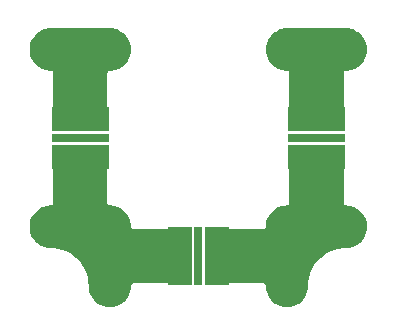
<source format=gbr>
%TF.GenerationSoftware,KiCad,Pcbnew,6.0.1-79c1e3a40b~116~ubuntu20.04.1*%
%TF.CreationDate,2022-01-30T13:40:47+01:00*%
%TF.ProjectId,pcb-connector-x3,7063622d-636f-46e6-9e65-63746f722d78,rev?*%
%TF.SameCoordinates,Original*%
%TF.FileFunction,Copper,L1,Top*%
%TF.FilePolarity,Positive*%
%FSLAX46Y46*%
G04 Gerber Fmt 4.6, Leading zero omitted, Abs format (unit mm)*
G04 Created by KiCad (PCBNEW 6.0.1-79c1e3a40b~116~ubuntu20.04.1) date 2022-01-30 13:40:47*
%MOMM*%
%LPD*%
G01*
G04 APERTURE LIST*
%TA.AperFunction,SMDPad,CuDef*%
%ADD10R,3.000000X0.800000*%
%TD*%
%TA.AperFunction,ComponentPad*%
%ADD11C,0.800000*%
%TD*%
%TA.AperFunction,SMDPad,CuDef*%
%ADD12R,3.000000X2.000000*%
%TD*%
%TA.AperFunction,SMDPad,CuDef*%
%ADD13R,0.800000X3.000000*%
%TD*%
%TA.AperFunction,SMDPad,CuDef*%
%ADD14R,2.000000X3.000000*%
%TD*%
%TA.AperFunction,ComponentPad*%
%ADD15C,3.400000*%
%TD*%
G04 APERTURE END LIST*
D10*
%TO.P,J6,1,Pin_1*%
%TO.N,Net-(J3-Pad1)*%
X143500000Y-92500000D03*
D11*
%TO.P,J6,2,Pin_2*%
%TO.N,GND*%
X143000000Y-94000000D03*
X144000000Y-94000000D03*
X144500000Y-91500000D03*
X142500000Y-91500000D03*
X144500000Y-93500000D03*
D12*
X143500000Y-90900000D03*
X143500000Y-94100000D03*
D11*
X143000000Y-91000000D03*
X144000000Y-91000000D03*
X143500000Y-91500000D03*
X142500000Y-93500000D03*
X143500000Y-93500000D03*
%TD*%
D10*
%TO.P,J5,1,Pin_1*%
%TO.N,Net-(J2-Pad1)*%
X123500000Y-92500000D03*
D11*
%TO.P,J5,2,Pin_2*%
%TO.N,GND*%
X123000000Y-94000000D03*
X124000000Y-94000000D03*
X124500000Y-91500000D03*
X122500000Y-91500000D03*
X124500000Y-93500000D03*
D12*
X123500000Y-90900000D03*
X123500000Y-94100000D03*
D11*
X123000000Y-91000000D03*
X124000000Y-91000000D03*
X123500000Y-91500000D03*
X122500000Y-93500000D03*
X123500000Y-93500000D03*
%TD*%
D13*
%TO.P,J4,1,Pin_1*%
%TO.N,Net-(J1-Pad1)*%
X132500000Y-103500000D03*
D11*
%TO.P,J4,2,Pin_2*%
%TO.N,GND*%
X131000000Y-103000000D03*
X131000000Y-104000000D03*
X133500000Y-104500000D03*
X133500000Y-102500000D03*
X131500000Y-104500000D03*
D14*
X134100000Y-103500000D03*
X130900000Y-103500000D03*
D11*
X134000000Y-103000000D03*
X134000000Y-104000000D03*
X133500000Y-103500000D03*
X131500000Y-102500000D03*
X131500000Y-103500000D03*
%TD*%
D10*
%TO.P,J3,1,Pin_1*%
%TO.N,Net-(J3-Pad1)*%
X141500000Y-92500000D03*
D11*
%TO.P,J3,2,Pin_2*%
%TO.N,GND*%
X142000000Y-91000000D03*
X141000000Y-91000000D03*
X140500000Y-93500000D03*
X142500000Y-93500000D03*
X140500000Y-91500000D03*
D12*
X141500000Y-94100000D03*
X141500000Y-90900000D03*
D11*
X142000000Y-94000000D03*
X141000000Y-94000000D03*
X141500000Y-93500000D03*
X142500000Y-91500000D03*
X141500000Y-91500000D03*
%TD*%
D10*
%TO.P,J2,1,Pin_1*%
%TO.N,Net-(J2-Pad1)*%
X121500000Y-92500000D03*
D11*
%TO.P,J2,2,Pin_2*%
%TO.N,GND*%
X122000000Y-91000000D03*
X121000000Y-91000000D03*
X120500000Y-93500000D03*
X122500000Y-93500000D03*
X120500000Y-91500000D03*
D12*
X121500000Y-94100000D03*
X121500000Y-90900000D03*
D11*
X122000000Y-94000000D03*
X121000000Y-94000000D03*
X121500000Y-93500000D03*
X122500000Y-91500000D03*
X121500000Y-91500000D03*
%TD*%
D13*
%TO.P,J1,1,Pin_1*%
%TO.N,Net-(J1-Pad1)*%
X132500000Y-101500000D03*
D11*
%TO.P,J1,2,Pin_2*%
%TO.N,GND*%
X134000000Y-102000000D03*
X134000000Y-101000000D03*
X131500000Y-100500000D03*
X131500000Y-102500000D03*
X133500000Y-100500000D03*
D14*
X130900000Y-101500000D03*
X134100000Y-101500000D03*
D11*
X131000000Y-102000000D03*
X131000000Y-101000000D03*
X131500000Y-101500000D03*
X133500000Y-102500000D03*
X133500000Y-101500000D03*
%TD*%
D15*
%TO.P,H10,1,1*%
%TO.N,GND*%
X140000000Y-85000000D03*
%TD*%
%TO.P,H9,1,1*%
%TO.N,GND*%
X125000000Y-105000000D03*
%TD*%
%TO.P,H8,1,1*%
%TO.N,GND*%
X120000000Y-85000000D03*
%TD*%
%TO.P,H7,1,1*%
%TO.N,GND*%
X125000000Y-100000000D03*
%TD*%
%TO.P,H6,1,1*%
%TO.N,GND*%
X145000000Y-100000000D03*
%TD*%
%TO.P,H5,1,1*%
%TO.N,GND*%
X120000000Y-100000000D03*
%TD*%
%TO.P,H4,1,1*%
%TO.N,GND*%
X140000000Y-105000000D03*
%TD*%
%TO.P,H3,1,1*%
%TO.N,GND*%
X145000000Y-85000000D03*
%TD*%
%TO.P,H2,1,1*%
%TO.N,GND*%
X125000000Y-85000000D03*
%TD*%
%TO.P,H1,1,1*%
%TO.N,GND*%
X140000000Y-100000000D03*
%TD*%
%TA.AperFunction,Conductor*%
%TO.N,GND*%
G36*
X124759191Y-93119407D02*
G01*
X124795155Y-93168907D01*
X124800000Y-93199500D01*
X124800000Y-97994123D01*
X124799955Y-98045449D01*
X124804781Y-98055498D01*
X124804781Y-98055500D01*
X124805185Y-98056341D01*
X124812463Y-98077183D01*
X124812670Y-98078093D01*
X124812672Y-98078096D01*
X124815150Y-98088962D01*
X124822097Y-98097680D01*
X124822520Y-98098211D01*
X124834334Y-98117046D01*
X124834625Y-98117653D01*
X124834628Y-98117657D01*
X124839453Y-98127705D01*
X124848893Y-98135254D01*
X124864484Y-98150872D01*
X124872015Y-98160323D01*
X124882058Y-98165167D01*
X124882663Y-98165459D01*
X124901478Y-98177308D01*
X124902005Y-98177730D01*
X124902010Y-98177732D01*
X124910715Y-98184694D01*
X124922405Y-98187382D01*
X124922492Y-98187402D01*
X124943318Y-98194715D01*
X124954202Y-98199965D01*
X124966018Y-98199975D01*
X124988120Y-98202494D01*
X124988774Y-98202644D01*
X124988775Y-98202644D01*
X124999642Y-98205143D01*
X125010517Y-98202682D01*
X125021664Y-98202702D01*
X125021664Y-98202863D01*
X125031669Y-98202076D01*
X125103759Y-98206801D01*
X125228475Y-98214975D01*
X125241302Y-98216663D01*
X125459516Y-98260068D01*
X125472016Y-98263418D01*
X125682691Y-98334933D01*
X125694653Y-98339889D01*
X125735816Y-98360188D01*
X125894180Y-98438284D01*
X125905386Y-98444753D01*
X126090385Y-98568365D01*
X126100639Y-98576233D01*
X126267914Y-98722930D01*
X126277069Y-98732085D01*
X126423767Y-98899361D01*
X126431635Y-98909615D01*
X126555247Y-99094614D01*
X126561716Y-99105820D01*
X126633929Y-99252253D01*
X126660111Y-99305346D01*
X126665067Y-99317309D01*
X126736581Y-99527980D01*
X126739932Y-99540484D01*
X126780381Y-99743833D01*
X126783336Y-99758691D01*
X126785026Y-99771530D01*
X126797891Y-99967816D01*
X126797101Y-99977628D01*
X126797375Y-99977628D01*
X126797355Y-99988778D01*
X126794857Y-99999642D01*
X126797317Y-100010514D01*
X126797317Y-100010516D01*
X126797525Y-100011433D01*
X126799965Y-100033360D01*
X126799964Y-100034298D01*
X126799965Y-100034301D01*
X126799955Y-100045449D01*
X126805072Y-100056106D01*
X126812386Y-100077110D01*
X126814995Y-100088639D01*
X126822512Y-100098106D01*
X126834220Y-100116807D01*
X126839453Y-100127705D01*
X126848157Y-100134666D01*
X126848158Y-100134667D01*
X126848684Y-100135087D01*
X126864385Y-100150843D01*
X126864801Y-100151367D01*
X126864803Y-100151369D01*
X126871736Y-100160100D01*
X126881770Y-100164961D01*
X126881771Y-100164962D01*
X126882613Y-100165370D01*
X126901278Y-100177147D01*
X126901695Y-100177480D01*
X126910715Y-100184694D01*
X126921578Y-100187192D01*
X126921583Y-100187194D01*
X126922236Y-100187344D01*
X126943220Y-100194733D01*
X126943822Y-100195025D01*
X126943823Y-100195025D01*
X126953853Y-100199885D01*
X126977041Y-100199946D01*
X126977036Y-100201667D01*
X126977277Y-100201643D01*
X126977277Y-100200000D01*
X126997758Y-100200000D01*
X127044297Y-100200122D01*
X127044298Y-100200122D01*
X127045100Y-100200124D01*
X127045350Y-100200005D01*
X127045390Y-100200000D01*
X131800500Y-100200000D01*
X131858691Y-100218907D01*
X131894655Y-100268407D01*
X131899500Y-100299000D01*
X131899500Y-104701000D01*
X131880593Y-104759191D01*
X131831093Y-104795155D01*
X131800500Y-104800000D01*
X127005877Y-104800000D01*
X126954551Y-104799955D01*
X126944502Y-104804781D01*
X126944500Y-104804781D01*
X126943659Y-104805185D01*
X126922817Y-104812463D01*
X126921907Y-104812670D01*
X126921904Y-104812672D01*
X126911038Y-104815150D01*
X126902320Y-104822097D01*
X126901789Y-104822520D01*
X126882954Y-104834334D01*
X126882347Y-104834625D01*
X126882343Y-104834628D01*
X126872295Y-104839453D01*
X126864746Y-104848893D01*
X126849128Y-104864484D01*
X126839677Y-104872015D01*
X126834593Y-104882555D01*
X126834541Y-104882663D01*
X126822692Y-104901478D01*
X126822270Y-104902005D01*
X126822268Y-104902010D01*
X126815306Y-104910715D01*
X126812808Y-104921581D01*
X126812598Y-104922492D01*
X126805285Y-104943318D01*
X126800035Y-104954202D01*
X126800025Y-104965701D01*
X126800025Y-104966016D01*
X126797506Y-104988120D01*
X126797426Y-104988470D01*
X126794857Y-104999642D01*
X126797318Y-105010517D01*
X126797298Y-105021663D01*
X126796985Y-105021662D01*
X126797739Y-105031614D01*
X126782184Y-105249109D01*
X126780173Y-105263091D01*
X126728593Y-105500197D01*
X126724614Y-105513750D01*
X126639812Y-105741113D01*
X126633944Y-105753962D01*
X126517649Y-105966938D01*
X126510013Y-105978820D01*
X126364595Y-106173077D01*
X126355345Y-106183753D01*
X126183753Y-106355345D01*
X126173077Y-106364595D01*
X125978820Y-106510013D01*
X125966938Y-106517649D01*
X125753962Y-106633944D01*
X125741113Y-106639812D01*
X125603110Y-106691284D01*
X125513747Y-106724615D01*
X125500200Y-106728592D01*
X125263088Y-106780173D01*
X125249112Y-106782184D01*
X125007061Y-106799495D01*
X124992939Y-106799495D01*
X124750888Y-106782184D01*
X124736912Y-106780173D01*
X124499800Y-106728592D01*
X124486253Y-106724615D01*
X124396890Y-106691284D01*
X124258887Y-106639812D01*
X124246038Y-106633944D01*
X124033062Y-106517649D01*
X124021180Y-106510013D01*
X123826923Y-106364595D01*
X123816247Y-106355345D01*
X123644655Y-106183753D01*
X123635405Y-106173077D01*
X123489987Y-105978820D01*
X123482351Y-105966938D01*
X123366056Y-105753962D01*
X123360188Y-105741113D01*
X123275386Y-105513750D01*
X123271407Y-105500197D01*
X123219827Y-105263091D01*
X123217816Y-105249109D01*
X123202316Y-105032382D01*
X123203927Y-105011833D01*
X123203235Y-105011753D01*
X123203877Y-105006176D01*
X123205142Y-105000716D01*
X123205143Y-105000000D01*
X123204197Y-104995852D01*
X123204135Y-104995100D01*
X123204075Y-104993945D01*
X123186838Y-104665050D01*
X123134368Y-104333769D01*
X123047558Y-104009788D01*
X122927357Y-103696656D01*
X122926184Y-103694353D01*
X122926180Y-103694345D01*
X122776261Y-103400111D01*
X122776256Y-103400103D01*
X122775085Y-103397804D01*
X122681846Y-103254229D01*
X122593824Y-103118687D01*
X122593818Y-103118679D01*
X122592407Y-103116506D01*
X122381327Y-102855844D01*
X122144156Y-102618673D01*
X121883494Y-102407593D01*
X121881321Y-102406182D01*
X121881313Y-102406176D01*
X121604374Y-102226329D01*
X121604368Y-102226326D01*
X121602196Y-102224915D01*
X121599897Y-102223744D01*
X121599889Y-102223739D01*
X121305655Y-102073820D01*
X121305647Y-102073816D01*
X121303344Y-102072643D01*
X120990212Y-101952442D01*
X120987715Y-101951773D01*
X120987709Y-101951771D01*
X120668740Y-101866304D01*
X120668735Y-101866303D01*
X120666231Y-101865632D01*
X120628753Y-101859696D01*
X120337516Y-101813568D01*
X120337508Y-101813567D01*
X120334950Y-101813162D01*
X120006046Y-101795925D01*
X120004910Y-101795831D01*
X120000716Y-101794858D01*
X120000360Y-101794858D01*
X120000358Y-101794857D01*
X120000000Y-101794857D01*
X119994588Y-101796091D01*
X119989061Y-101796714D01*
X119988995Y-101796124D01*
X119968132Y-101797720D01*
X119829375Y-101787797D01*
X119750888Y-101782184D01*
X119736912Y-101780173D01*
X119499800Y-101728592D01*
X119486253Y-101724615D01*
X119396890Y-101691284D01*
X119258887Y-101639812D01*
X119246038Y-101633944D01*
X119033062Y-101517649D01*
X119021180Y-101510013D01*
X118826923Y-101364595D01*
X118816247Y-101355345D01*
X118644655Y-101183753D01*
X118635405Y-101173077D01*
X118489987Y-100978820D01*
X118482351Y-100966938D01*
X118366056Y-100753962D01*
X118360188Y-100741113D01*
X118275386Y-100513750D01*
X118271407Y-100500197D01*
X118225197Y-100287774D01*
X118219827Y-100263088D01*
X118217816Y-100249109D01*
X118217223Y-100240809D01*
X118200505Y-100007061D01*
X118200505Y-99992938D01*
X118217816Y-99750891D01*
X118219827Y-99736909D01*
X118263941Y-99534126D01*
X118271408Y-99499800D01*
X118275386Y-99486250D01*
X118280499Y-99472543D01*
X118340687Y-99311170D01*
X118360188Y-99258887D01*
X118366056Y-99246038D01*
X118482351Y-99033062D01*
X118489987Y-99021180D01*
X118635405Y-98826923D01*
X118644655Y-98816247D01*
X118816247Y-98644655D01*
X118826923Y-98635405D01*
X119021180Y-98489987D01*
X119033062Y-98482351D01*
X119246038Y-98366056D01*
X119258887Y-98360188D01*
X119396890Y-98308716D01*
X119486253Y-98275385D01*
X119499800Y-98271408D01*
X119736912Y-98219827D01*
X119750888Y-98217816D01*
X119967873Y-98202298D01*
X119977628Y-98203054D01*
X119977629Y-98202626D01*
X119988779Y-98202645D01*
X119999642Y-98205143D01*
X120010514Y-98202683D01*
X120010515Y-98202683D01*
X120010904Y-98202595D01*
X120011434Y-98202475D01*
X120033360Y-98200035D01*
X120034298Y-98200036D01*
X120034301Y-98200035D01*
X120045449Y-98200045D01*
X120056106Y-98194928D01*
X120077110Y-98187614D01*
X120077765Y-98187466D01*
X120077767Y-98187465D01*
X120088639Y-98185005D01*
X120098106Y-98177488D01*
X120116809Y-98165779D01*
X120127705Y-98160547D01*
X120134666Y-98151843D01*
X120134667Y-98151842D01*
X120135087Y-98151316D01*
X120150843Y-98135615D01*
X120151367Y-98135199D01*
X120151369Y-98135197D01*
X120160100Y-98128264D01*
X120165370Y-98117387D01*
X120177147Y-98098722D01*
X120177731Y-98097992D01*
X120177731Y-98097991D01*
X120184694Y-98089285D01*
X120187192Y-98078422D01*
X120187194Y-98078417D01*
X120187344Y-98077764D01*
X120194733Y-98056780D01*
X120195025Y-98056178D01*
X120195025Y-98056177D01*
X120199885Y-98046147D01*
X120199946Y-98022959D01*
X120201667Y-98022964D01*
X120201643Y-98022723D01*
X120200000Y-98022723D01*
X120200000Y-98002242D01*
X120200122Y-97955703D01*
X120200122Y-97955702D01*
X120200124Y-97954900D01*
X120200005Y-97954650D01*
X120200000Y-97954610D01*
X120200000Y-93199500D01*
X120218907Y-93141309D01*
X120268407Y-93105345D01*
X120299000Y-93100500D01*
X124701000Y-93100500D01*
X124759191Y-93119407D01*
G37*
%TD.AperFunction*%
%TA.AperFunction,Conductor*%
G36*
X144759191Y-93119407D02*
G01*
X144795155Y-93168907D01*
X144800000Y-93199500D01*
X144800000Y-97994123D01*
X144799955Y-98045449D01*
X144804781Y-98055498D01*
X144804781Y-98055500D01*
X144805185Y-98056341D01*
X144812463Y-98077183D01*
X144812670Y-98078093D01*
X144812672Y-98078096D01*
X144815150Y-98088962D01*
X144822097Y-98097680D01*
X144822520Y-98098211D01*
X144834334Y-98117046D01*
X144834625Y-98117653D01*
X144834628Y-98117657D01*
X144839453Y-98127705D01*
X144848893Y-98135254D01*
X144864484Y-98150872D01*
X144872015Y-98160323D01*
X144882058Y-98165167D01*
X144882663Y-98165459D01*
X144901478Y-98177308D01*
X144902005Y-98177730D01*
X144902010Y-98177732D01*
X144910715Y-98184694D01*
X144922405Y-98187382D01*
X144922492Y-98187402D01*
X144943318Y-98194715D01*
X144954202Y-98199965D01*
X144966018Y-98199975D01*
X144988120Y-98202494D01*
X144988774Y-98202644D01*
X144988775Y-98202644D01*
X144999642Y-98205143D01*
X145010517Y-98202682D01*
X145021663Y-98202702D01*
X145021662Y-98203015D01*
X145031612Y-98202261D01*
X145249112Y-98217816D01*
X145263088Y-98219827D01*
X145500200Y-98271408D01*
X145513747Y-98275385D01*
X145603110Y-98308716D01*
X145741113Y-98360188D01*
X145753962Y-98366056D01*
X145966938Y-98482351D01*
X145978820Y-98489987D01*
X146173077Y-98635405D01*
X146183753Y-98644655D01*
X146355345Y-98816247D01*
X146364595Y-98826923D01*
X146510013Y-99021180D01*
X146517649Y-99033062D01*
X146633944Y-99246038D01*
X146639812Y-99258887D01*
X146659313Y-99311170D01*
X146719502Y-99472543D01*
X146724614Y-99486250D01*
X146728592Y-99499800D01*
X146736060Y-99534126D01*
X146780173Y-99736909D01*
X146782184Y-99750891D01*
X146799495Y-99992938D01*
X146799495Y-100007061D01*
X146782778Y-100240809D01*
X146782184Y-100249109D01*
X146780173Y-100263088D01*
X146774803Y-100287774D01*
X146728593Y-100500197D01*
X146724614Y-100513750D01*
X146639812Y-100741113D01*
X146633944Y-100753962D01*
X146517649Y-100966938D01*
X146510013Y-100978820D01*
X146364595Y-101173077D01*
X146355345Y-101183753D01*
X146183753Y-101355345D01*
X146173077Y-101364595D01*
X145978820Y-101510013D01*
X145966938Y-101517649D01*
X145753962Y-101633944D01*
X145741113Y-101639812D01*
X145603110Y-101691284D01*
X145513747Y-101724615D01*
X145500200Y-101728592D01*
X145263088Y-101780173D01*
X145249112Y-101782184D01*
X145032378Y-101797684D01*
X145011899Y-101796079D01*
X145011819Y-101796774D01*
X145006217Y-101796133D01*
X145000716Y-101794858D01*
X145000360Y-101794858D01*
X145000358Y-101794857D01*
X145000000Y-101794857D01*
X144995884Y-101795796D01*
X144994961Y-101795872D01*
X144783873Y-101806935D01*
X144665050Y-101813162D01*
X144662492Y-101813567D01*
X144662484Y-101813568D01*
X144371247Y-101859696D01*
X144333769Y-101865632D01*
X144331265Y-101866303D01*
X144331260Y-101866304D01*
X144012291Y-101951771D01*
X144012285Y-101951773D01*
X144009788Y-101952442D01*
X143696656Y-102072643D01*
X143694353Y-102073816D01*
X143694345Y-102073820D01*
X143400111Y-102223739D01*
X143400103Y-102223744D01*
X143397804Y-102224915D01*
X143395632Y-102226326D01*
X143395626Y-102226329D01*
X143118687Y-102406176D01*
X143118679Y-102406182D01*
X143116506Y-102407593D01*
X142855844Y-102618673D01*
X142618673Y-102855844D01*
X142407593Y-103116506D01*
X142406182Y-103118679D01*
X142406176Y-103118687D01*
X142318154Y-103254229D01*
X142224915Y-103397804D01*
X142223744Y-103400103D01*
X142223739Y-103400111D01*
X142073820Y-103694345D01*
X142073816Y-103694353D01*
X142072643Y-103696656D01*
X141952442Y-104009788D01*
X141865632Y-104333769D01*
X141813162Y-104665050D01*
X141796557Y-104981910D01*
X141795926Y-104993945D01*
X141795831Y-104995090D01*
X141794858Y-104999284D01*
X141794858Y-104999640D01*
X141794857Y-104999642D01*
X141794857Y-105000000D01*
X141796091Y-105005412D01*
X141796714Y-105010939D01*
X141796124Y-105011005D01*
X141797720Y-105031868D01*
X141782184Y-105249109D01*
X141780173Y-105263091D01*
X141728593Y-105500197D01*
X141724614Y-105513750D01*
X141639812Y-105741113D01*
X141633944Y-105753962D01*
X141517649Y-105966938D01*
X141510013Y-105978820D01*
X141364595Y-106173077D01*
X141355345Y-106183753D01*
X141183753Y-106355345D01*
X141173077Y-106364595D01*
X140978820Y-106510013D01*
X140966938Y-106517649D01*
X140753962Y-106633944D01*
X140741113Y-106639812D01*
X140603110Y-106691284D01*
X140513747Y-106724615D01*
X140500200Y-106728592D01*
X140263088Y-106780173D01*
X140249112Y-106782184D01*
X140007061Y-106799495D01*
X139992939Y-106799495D01*
X139750888Y-106782184D01*
X139736912Y-106780173D01*
X139499800Y-106728592D01*
X139486253Y-106724615D01*
X139396890Y-106691284D01*
X139258887Y-106639812D01*
X139246038Y-106633944D01*
X139033062Y-106517649D01*
X139021180Y-106510013D01*
X138826923Y-106364595D01*
X138816247Y-106355345D01*
X138644655Y-106183753D01*
X138635405Y-106173077D01*
X138489987Y-105978820D01*
X138482351Y-105966938D01*
X138366056Y-105753962D01*
X138360188Y-105741113D01*
X138275386Y-105513750D01*
X138271407Y-105500197D01*
X138219827Y-105263091D01*
X138217816Y-105249109D01*
X138202316Y-105032382D01*
X138203927Y-105011833D01*
X138203235Y-105011753D01*
X138203877Y-105006175D01*
X138205142Y-105000716D01*
X138205143Y-105000000D01*
X138203900Y-104994550D01*
X138203899Y-104994543D01*
X138202514Y-104988470D01*
X138200035Y-104966372D01*
X138200036Y-104965701D01*
X138200035Y-104965698D01*
X138200045Y-104954551D01*
X138195058Y-104944164D01*
X138194815Y-104943659D01*
X138187537Y-104922817D01*
X138187330Y-104921907D01*
X138187328Y-104921904D01*
X138184850Y-104911038D01*
X138177480Y-104901789D01*
X138165666Y-104882954D01*
X138165375Y-104882347D01*
X138165372Y-104882343D01*
X138160547Y-104872295D01*
X138151107Y-104864746D01*
X138135516Y-104849128D01*
X138127985Y-104839677D01*
X138117337Y-104834541D01*
X138098522Y-104822692D01*
X138097995Y-104822270D01*
X138097990Y-104822268D01*
X138089285Y-104815306D01*
X138077508Y-104812598D01*
X138056682Y-104805285D01*
X138055836Y-104804877D01*
X138045798Y-104800035D01*
X138034653Y-104800025D01*
X138034652Y-104800025D01*
X138022787Y-104800015D01*
X138022789Y-104798270D01*
X138022723Y-104798276D01*
X138022723Y-104800000D01*
X138005877Y-104800000D01*
X137954840Y-104799955D01*
X137954551Y-104799955D01*
X137954463Y-104799997D01*
X137954439Y-104800000D01*
X133199500Y-104800000D01*
X133141309Y-104781093D01*
X133105345Y-104731593D01*
X133100500Y-104701000D01*
X133100500Y-100299000D01*
X133119407Y-100240809D01*
X133168907Y-100204845D01*
X133199500Y-100200000D01*
X137994123Y-100200000D01*
X138045449Y-100200045D01*
X138055498Y-100195219D01*
X138055500Y-100195219D01*
X138056341Y-100194815D01*
X138077183Y-100187537D01*
X138078093Y-100187330D01*
X138078096Y-100187328D01*
X138088962Y-100184850D01*
X138098210Y-100177480D01*
X138117046Y-100165666D01*
X138117653Y-100165375D01*
X138117657Y-100165372D01*
X138127705Y-100160547D01*
X138135254Y-100151107D01*
X138150872Y-100135516D01*
X138160323Y-100127985D01*
X138165459Y-100117337D01*
X138177308Y-100098522D01*
X138177730Y-100097995D01*
X138177732Y-100097990D01*
X138184694Y-100089285D01*
X138187402Y-100077508D01*
X138194715Y-100056682D01*
X138195123Y-100055836D01*
X138199965Y-100045798D01*
X138199975Y-100033982D01*
X138202494Y-100011880D01*
X138202644Y-100011226D01*
X138202644Y-100011225D01*
X138205143Y-100000358D01*
X138202682Y-99989483D01*
X138202702Y-99978336D01*
X138202863Y-99978336D01*
X138202076Y-99968331D01*
X138206801Y-99896241D01*
X138214975Y-99771525D01*
X138216664Y-99758691D01*
X138219620Y-99743833D01*
X138260068Y-99540484D01*
X138263419Y-99527980D01*
X138334933Y-99317309D01*
X138339889Y-99305346D01*
X138366072Y-99252253D01*
X138438284Y-99105820D01*
X138444753Y-99094614D01*
X138568365Y-98909615D01*
X138576233Y-98899361D01*
X138722931Y-98732085D01*
X138732086Y-98722930D01*
X138899361Y-98576233D01*
X138909615Y-98568365D01*
X139094614Y-98444753D01*
X139105820Y-98438284D01*
X139264184Y-98360188D01*
X139305347Y-98339889D01*
X139317309Y-98334933D01*
X139527984Y-98263418D01*
X139540484Y-98260068D01*
X139758698Y-98216663D01*
X139771523Y-98214975D01*
X139967819Y-98202109D01*
X139977628Y-98202899D01*
X139977628Y-98202625D01*
X139988778Y-98202645D01*
X139999642Y-98205143D01*
X140010514Y-98202683D01*
X140010516Y-98202683D01*
X140011135Y-98202543D01*
X140011434Y-98202475D01*
X140033360Y-98200035D01*
X140034298Y-98200036D01*
X140034301Y-98200035D01*
X140045449Y-98200045D01*
X140056106Y-98194928D01*
X140077110Y-98187614D01*
X140077765Y-98187466D01*
X140077767Y-98187465D01*
X140088639Y-98185005D01*
X140098106Y-98177488D01*
X140116809Y-98165779D01*
X140127705Y-98160547D01*
X140134666Y-98151843D01*
X140134667Y-98151842D01*
X140135087Y-98151316D01*
X140150843Y-98135615D01*
X140151367Y-98135199D01*
X140151369Y-98135197D01*
X140160100Y-98128264D01*
X140165370Y-98117387D01*
X140177147Y-98098722D01*
X140177731Y-98097992D01*
X140177731Y-98097991D01*
X140184694Y-98089285D01*
X140187192Y-98078422D01*
X140187194Y-98078417D01*
X140187344Y-98077764D01*
X140194733Y-98056780D01*
X140195025Y-98056178D01*
X140195025Y-98056177D01*
X140199885Y-98046147D01*
X140199946Y-98022959D01*
X140201667Y-98022964D01*
X140201643Y-98022723D01*
X140200000Y-98022723D01*
X140200000Y-98002242D01*
X140200122Y-97955703D01*
X140200122Y-97955702D01*
X140200124Y-97954900D01*
X140200005Y-97954650D01*
X140200000Y-97954610D01*
X140200000Y-93199500D01*
X140218907Y-93141309D01*
X140268407Y-93105345D01*
X140299000Y-93100500D01*
X144701000Y-93100500D01*
X144759191Y-93119407D01*
G37*
%TD.AperFunction*%
%TA.AperFunction,Conductor*%
G36*
X124988227Y-83202518D02*
G01*
X124999642Y-83205143D01*
X125010517Y-83202682D01*
X125021663Y-83202702D01*
X125021662Y-83203015D01*
X125031612Y-83202261D01*
X125249112Y-83217816D01*
X125263088Y-83219827D01*
X125500200Y-83271408D01*
X125513747Y-83275385D01*
X125603110Y-83308716D01*
X125741113Y-83360188D01*
X125753962Y-83366056D01*
X125966938Y-83482351D01*
X125978820Y-83489987D01*
X126173077Y-83635405D01*
X126183753Y-83644655D01*
X126355345Y-83816247D01*
X126364595Y-83826923D01*
X126510013Y-84021180D01*
X126517649Y-84033062D01*
X126633944Y-84246038D01*
X126639812Y-84258887D01*
X126724614Y-84486250D01*
X126728593Y-84499803D01*
X126780173Y-84736909D01*
X126782184Y-84750891D01*
X126799495Y-84992938D01*
X126799495Y-85007062D01*
X126782184Y-85249109D01*
X126780173Y-85263091D01*
X126728593Y-85500197D01*
X126724614Y-85513750D01*
X126639812Y-85741113D01*
X126633944Y-85753962D01*
X126517649Y-85966938D01*
X126510013Y-85978820D01*
X126364595Y-86173077D01*
X126355345Y-86183753D01*
X126183753Y-86355345D01*
X126173077Y-86364595D01*
X125978820Y-86510013D01*
X125966938Y-86517649D01*
X125753962Y-86633944D01*
X125741113Y-86639812D01*
X125603110Y-86691284D01*
X125513747Y-86724615D01*
X125500200Y-86728592D01*
X125263088Y-86780173D01*
X125249112Y-86782184D01*
X125032127Y-86797702D01*
X125022372Y-86796946D01*
X125022371Y-86797374D01*
X125011221Y-86797355D01*
X125000358Y-86794857D01*
X124989486Y-86797317D01*
X124989485Y-86797317D01*
X124989096Y-86797405D01*
X124988566Y-86797525D01*
X124966640Y-86799965D01*
X124965702Y-86799964D01*
X124965699Y-86799965D01*
X124954551Y-86799955D01*
X124943894Y-86805072D01*
X124922890Y-86812386D01*
X124922235Y-86812534D01*
X124922233Y-86812535D01*
X124911361Y-86814995D01*
X124901894Y-86822512D01*
X124883193Y-86834220D01*
X124872295Y-86839453D01*
X124865334Y-86848157D01*
X124865333Y-86848158D01*
X124864913Y-86848684D01*
X124849157Y-86864385D01*
X124848633Y-86864801D01*
X124848631Y-86864803D01*
X124839900Y-86871736D01*
X124835039Y-86881770D01*
X124835038Y-86881771D01*
X124834630Y-86882613D01*
X124822853Y-86901278D01*
X124815306Y-86910715D01*
X124812808Y-86921578D01*
X124812806Y-86921583D01*
X124812656Y-86922236D01*
X124805267Y-86943220D01*
X124800115Y-86953853D01*
X124800054Y-86977041D01*
X124798333Y-86977036D01*
X124798357Y-86977277D01*
X124800000Y-86977277D01*
X124800000Y-86997758D01*
X124799876Y-87045100D01*
X124799995Y-87045350D01*
X124800000Y-87045390D01*
X124800000Y-91800500D01*
X124781093Y-91858691D01*
X124731593Y-91894655D01*
X124701000Y-91899500D01*
X120299000Y-91899500D01*
X120240809Y-91880593D01*
X120204845Y-91831093D01*
X120200000Y-91800500D01*
X120200000Y-87005877D01*
X120200035Y-86965700D01*
X120200045Y-86954551D01*
X120194815Y-86943659D01*
X120187537Y-86922817D01*
X120187330Y-86921907D01*
X120187328Y-86921904D01*
X120184850Y-86911038D01*
X120177480Y-86901789D01*
X120165666Y-86882954D01*
X120165375Y-86882347D01*
X120165372Y-86882343D01*
X120160547Y-86872295D01*
X120151107Y-86864746D01*
X120135516Y-86849128D01*
X120127985Y-86839677D01*
X120117337Y-86834541D01*
X120098522Y-86822692D01*
X120097995Y-86822270D01*
X120097990Y-86822268D01*
X120089285Y-86815306D01*
X120077508Y-86812598D01*
X120056682Y-86805285D01*
X120055836Y-86804877D01*
X120045798Y-86800035D01*
X120033982Y-86800025D01*
X120011880Y-86797506D01*
X120011226Y-86797356D01*
X120011225Y-86797356D01*
X120000358Y-86794857D01*
X119989483Y-86797318D01*
X119978337Y-86797298D01*
X119978338Y-86796985D01*
X119968388Y-86797739D01*
X119750888Y-86782184D01*
X119736912Y-86780173D01*
X119499800Y-86728592D01*
X119486253Y-86724615D01*
X119396890Y-86691284D01*
X119258887Y-86639812D01*
X119246038Y-86633944D01*
X119033062Y-86517649D01*
X119021180Y-86510013D01*
X118826923Y-86364595D01*
X118816247Y-86355345D01*
X118644655Y-86183753D01*
X118635405Y-86173077D01*
X118489987Y-85978820D01*
X118482351Y-85966938D01*
X118366056Y-85753962D01*
X118360188Y-85741113D01*
X118275386Y-85513750D01*
X118271407Y-85500197D01*
X118219827Y-85263091D01*
X118217816Y-85249109D01*
X118200505Y-85007062D01*
X118200505Y-84992938D01*
X118217816Y-84750891D01*
X118219827Y-84736909D01*
X118271407Y-84499803D01*
X118275386Y-84486250D01*
X118360188Y-84258887D01*
X118366056Y-84246038D01*
X118482351Y-84033062D01*
X118489987Y-84021180D01*
X118635405Y-83826923D01*
X118644655Y-83816247D01*
X118816247Y-83644655D01*
X118826923Y-83635405D01*
X119021180Y-83489987D01*
X119033062Y-83482351D01*
X119246038Y-83366056D01*
X119258887Y-83360188D01*
X119396890Y-83308716D01*
X119486253Y-83275385D01*
X119499800Y-83271408D01*
X119736912Y-83219827D01*
X119750888Y-83217816D01*
X119967873Y-83202298D01*
X119977628Y-83203054D01*
X119977629Y-83202626D01*
X119988779Y-83202645D01*
X119999642Y-83205143D01*
X120010514Y-83202683D01*
X120010515Y-83202683D01*
X120011583Y-83202441D01*
X120033432Y-83200000D01*
X124966040Y-83200000D01*
X124988227Y-83202518D01*
G37*
%TD.AperFunction*%
%TA.AperFunction,Conductor*%
G36*
X144988227Y-83202518D02*
G01*
X144999642Y-83205143D01*
X145010517Y-83202682D01*
X145021663Y-83202702D01*
X145021662Y-83203015D01*
X145031612Y-83202261D01*
X145249112Y-83217816D01*
X145263088Y-83219827D01*
X145500200Y-83271408D01*
X145513747Y-83275385D01*
X145603110Y-83308716D01*
X145741113Y-83360188D01*
X145753962Y-83366056D01*
X145966938Y-83482351D01*
X145978820Y-83489987D01*
X146173077Y-83635405D01*
X146183753Y-83644655D01*
X146355345Y-83816247D01*
X146364595Y-83826923D01*
X146510013Y-84021180D01*
X146517649Y-84033062D01*
X146633944Y-84246038D01*
X146639812Y-84258887D01*
X146724614Y-84486250D01*
X146728593Y-84499803D01*
X146780173Y-84736909D01*
X146782184Y-84750891D01*
X146799495Y-84992938D01*
X146799495Y-85007062D01*
X146782184Y-85249109D01*
X146780173Y-85263091D01*
X146728593Y-85500197D01*
X146724614Y-85513750D01*
X146639812Y-85741113D01*
X146633944Y-85753962D01*
X146517649Y-85966938D01*
X146510013Y-85978820D01*
X146364595Y-86173077D01*
X146355345Y-86183753D01*
X146183753Y-86355345D01*
X146173077Y-86364595D01*
X145978820Y-86510013D01*
X145966938Y-86517649D01*
X145753962Y-86633944D01*
X145741113Y-86639812D01*
X145603110Y-86691284D01*
X145513747Y-86724615D01*
X145500200Y-86728592D01*
X145263088Y-86780173D01*
X145249112Y-86782184D01*
X145032127Y-86797702D01*
X145022372Y-86796946D01*
X145022371Y-86797374D01*
X145011221Y-86797355D01*
X145000358Y-86794857D01*
X144989486Y-86797317D01*
X144989485Y-86797317D01*
X144989096Y-86797405D01*
X144988566Y-86797525D01*
X144966640Y-86799965D01*
X144965702Y-86799964D01*
X144965699Y-86799965D01*
X144954551Y-86799955D01*
X144943894Y-86805072D01*
X144922890Y-86812386D01*
X144922235Y-86812534D01*
X144922233Y-86812535D01*
X144911361Y-86814995D01*
X144901894Y-86822512D01*
X144883193Y-86834220D01*
X144872295Y-86839453D01*
X144865334Y-86848157D01*
X144865333Y-86848158D01*
X144864913Y-86848684D01*
X144849157Y-86864385D01*
X144848633Y-86864801D01*
X144848631Y-86864803D01*
X144839900Y-86871736D01*
X144835039Y-86881770D01*
X144835038Y-86881771D01*
X144834630Y-86882613D01*
X144822853Y-86901278D01*
X144815306Y-86910715D01*
X144812808Y-86921578D01*
X144812806Y-86921583D01*
X144812656Y-86922236D01*
X144805267Y-86943220D01*
X144800115Y-86953853D01*
X144800054Y-86977041D01*
X144798333Y-86977036D01*
X144798357Y-86977277D01*
X144800000Y-86977277D01*
X144800000Y-86997758D01*
X144799876Y-87045100D01*
X144799995Y-87045350D01*
X144800000Y-87045390D01*
X144800000Y-91800500D01*
X144781093Y-91858691D01*
X144731593Y-91894655D01*
X144701000Y-91899500D01*
X140299000Y-91899500D01*
X140240809Y-91880593D01*
X140204845Y-91831093D01*
X140200000Y-91800500D01*
X140200000Y-87005877D01*
X140200035Y-86965700D01*
X140200045Y-86954551D01*
X140194815Y-86943659D01*
X140187537Y-86922817D01*
X140187330Y-86921907D01*
X140187328Y-86921904D01*
X140184850Y-86911038D01*
X140177480Y-86901789D01*
X140165666Y-86882954D01*
X140165375Y-86882347D01*
X140165372Y-86882343D01*
X140160547Y-86872295D01*
X140151107Y-86864746D01*
X140135516Y-86849128D01*
X140127985Y-86839677D01*
X140117337Y-86834541D01*
X140098522Y-86822692D01*
X140097995Y-86822270D01*
X140097990Y-86822268D01*
X140089285Y-86815306D01*
X140077508Y-86812598D01*
X140056682Y-86805285D01*
X140055836Y-86804877D01*
X140045798Y-86800035D01*
X140033982Y-86800025D01*
X140011880Y-86797506D01*
X140011226Y-86797356D01*
X140011225Y-86797356D01*
X140000358Y-86794857D01*
X139989483Y-86797318D01*
X139978337Y-86797298D01*
X139978338Y-86796985D01*
X139968388Y-86797739D01*
X139750888Y-86782184D01*
X139736912Y-86780173D01*
X139499800Y-86728592D01*
X139486253Y-86724615D01*
X139396890Y-86691284D01*
X139258887Y-86639812D01*
X139246038Y-86633944D01*
X139033062Y-86517649D01*
X139021180Y-86510013D01*
X138826923Y-86364595D01*
X138816247Y-86355345D01*
X138644655Y-86183753D01*
X138635405Y-86173077D01*
X138489987Y-85978820D01*
X138482351Y-85966938D01*
X138366056Y-85753962D01*
X138360188Y-85741113D01*
X138275386Y-85513750D01*
X138271407Y-85500197D01*
X138219827Y-85263091D01*
X138217816Y-85249109D01*
X138200505Y-85007062D01*
X138200505Y-84992938D01*
X138217816Y-84750891D01*
X138219827Y-84736909D01*
X138271407Y-84499803D01*
X138275386Y-84486250D01*
X138360188Y-84258887D01*
X138366056Y-84246038D01*
X138482351Y-84033062D01*
X138489987Y-84021180D01*
X138635405Y-83826923D01*
X138644655Y-83816247D01*
X138816247Y-83644655D01*
X138826923Y-83635405D01*
X139021180Y-83489987D01*
X139033062Y-83482351D01*
X139246038Y-83366056D01*
X139258887Y-83360188D01*
X139396890Y-83308716D01*
X139486253Y-83275385D01*
X139499800Y-83271408D01*
X139736912Y-83219827D01*
X139750888Y-83217816D01*
X139967873Y-83202298D01*
X139977628Y-83203054D01*
X139977629Y-83202626D01*
X139988779Y-83202645D01*
X139999642Y-83205143D01*
X140010514Y-83202683D01*
X140010515Y-83202683D01*
X140011583Y-83202441D01*
X140033432Y-83200000D01*
X144966040Y-83200000D01*
X144988227Y-83202518D01*
G37*
%TD.AperFunction*%
%TD*%
M02*

</source>
